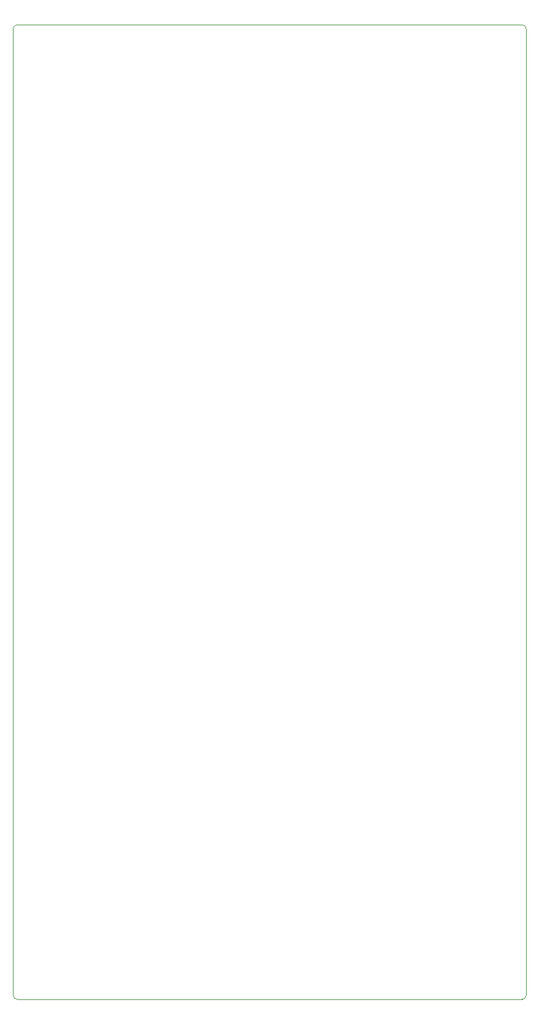
<source format=gbr>
%TF.GenerationSoftware,KiCad,Pcbnew,(6.0.8-1)-1*%
%TF.CreationDate,2022-10-19T15:00:51-05:00*%
%TF.ProjectId,NR1B-SQT56,4e523142-2d53-4515-9435-362e6b696361,rev?*%
%TF.SameCoordinates,Original*%
%TF.FileFunction,Profile,NP*%
%FSLAX46Y46*%
G04 Gerber Fmt 4.6, Leading zero omitted, Abs format (unit mm)*
G04 Created by KiCad (PCBNEW (6.0.8-1)-1) date 2022-10-19 15:00:51*
%MOMM*%
%LPD*%
G01*
G04 APERTURE LIST*
%TA.AperFunction,Profile*%
%ADD10C,0.100000*%
%TD*%
G04 APERTURE END LIST*
D10*
X130999971Y-44069999D02*
G75*
G03*
X130470000Y-43510000I-536971J22599D01*
G01*
X130450000Y-177410000D02*
G75*
G03*
X131000000Y-176860000I0J550000D01*
G01*
X131000000Y-44070000D02*
X131000000Y-176860000D01*
X60500009Y-176860000D02*
G75*
G03*
X61030000Y-177410000I536991J-12900D01*
G01*
X61050000Y-43510000D02*
G75*
G03*
X60500000Y-44060000I0J-550000D01*
G01*
X61050000Y-43510000D02*
X130470000Y-43510000D01*
X60500000Y-44060000D02*
X60500000Y-176860000D01*
X130450000Y-177410000D02*
X61030000Y-177410000D01*
M02*

</source>
